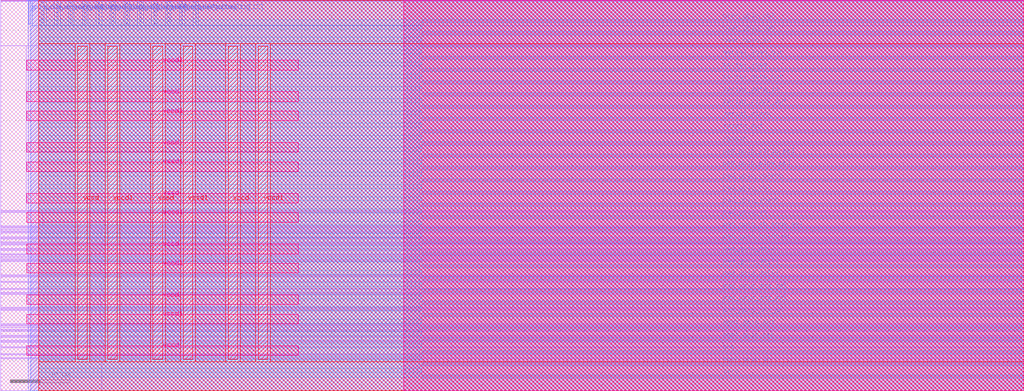
<source format=lef>
VERSION 5.7 ;
  NOWIREEXTENSIONATPIN ON ;
  DIVIDERCHAR "/" ;
  BUSBITCHARS "[]" ;
MACRO gpio_control_block
  CLASS BLOCK ;
  FOREIGN gpio_control_block ;
  ORIGIN 0.000 0.000 ;
  SIZE 170.000 BY 65.000 ;
  PIN gpio_defaults[0]
    DIRECTION INPUT ;
    USE SIGNAL ;
    PORT
      LAYER met2 ;
        RECT 4.690 61.000 4.970 65.000 ;
    END
  END gpio_defaults[0]
  PIN gpio_defaults[10]
    DIRECTION INPUT ;
    USE SIGNAL ;
    PORT
      LAYER met2 ;
        RECT 27.690 61.000 27.970 65.000 ;
    END
  END gpio_defaults[10]
  PIN gpio_defaults[11]
    DIRECTION INPUT ;
    USE SIGNAL ;
    PORT
      LAYER met2 ;
        RECT 29.990 61.000 30.270 65.000 ;
    END
  END gpio_defaults[11]
  PIN gpio_defaults[12]
    DIRECTION INPUT ;
    USE SIGNAL ;
    PORT
      LAYER met2 ;
        RECT 32.290 61.000 32.570 65.000 ;
    END
  END gpio_defaults[12]
  PIN gpio_defaults[1]
    DIRECTION INPUT ;
    USE SIGNAL ;
    PORT
      LAYER met2 ;
        RECT 6.990 61.000 7.270 65.000 ;
    END
  END gpio_defaults[1]
  PIN gpio_defaults[2]
    DIRECTION INPUT ;
    USE SIGNAL ;
    PORT
      LAYER met2 ;
        RECT 9.290 61.000 9.570 65.000 ;
    END
  END gpio_defaults[2]
  PIN gpio_defaults[3]
    DIRECTION INPUT ;
    USE SIGNAL ;
    PORT
      LAYER met2 ;
        RECT 11.590 61.000 11.870 65.000 ;
    END
  END gpio_defaults[3]
  PIN gpio_defaults[4]
    DIRECTION INPUT ;
    USE SIGNAL ;
    PORT
      LAYER met2 ;
        RECT 13.890 61.000 14.170 65.000 ;
    END
  END gpio_defaults[4]
  PIN gpio_defaults[5]
    DIRECTION INPUT ;
    USE SIGNAL ;
    PORT
      LAYER met2 ;
        RECT 16.190 61.000 16.470 65.000 ;
    END
  END gpio_defaults[5]
  PIN gpio_defaults[6]
    DIRECTION INPUT ;
    USE SIGNAL ;
    PORT
      LAYER met2 ;
        RECT 18.490 61.000 18.770 65.000 ;
    END
  END gpio_defaults[6]
  PIN gpio_defaults[7]
    DIRECTION INPUT ;
    USE SIGNAL ;
    PORT
      LAYER met2 ;
        RECT 20.790 61.000 21.070 65.000 ;
    END
  END gpio_defaults[7]
  PIN gpio_defaults[8]
    DIRECTION INPUT ;
    USE SIGNAL ;
    PORT
      LAYER met2 ;
        RECT 23.090 61.000 23.370 65.000 ;
    END
  END gpio_defaults[8]
  PIN gpio_defaults[9]
    DIRECTION INPUT ;
    USE SIGNAL ;
    PORT
      LAYER met2 ;
        RECT 25.390 61.000 25.670 65.000 ;
    END
  END gpio_defaults[9]
  PIN mgmt_gpio_in
    DIRECTION OUTPUT TRISTATE ;
    USE SIGNAL ;
    PORT
      LAYER met3 ;
        RECT 70.000 4.120 170.000 4.720 ;
    END
  END mgmt_gpio_in
  PIN mgmt_gpio_oeb
    DIRECTION INPUT ;
    USE SIGNAL ;
    PORT
      LAYER met3 ;
        RECT 70.000 8.200 170.000 8.800 ;
    END
  END mgmt_gpio_oeb
  PIN mgmt_gpio_out
    DIRECTION INPUT ;
    USE SIGNAL ;
    PORT
      LAYER met3 ;
        RECT 70.000 10.240 170.000 10.840 ;
    END
  END mgmt_gpio_out
  PIN one
    DIRECTION OUTPUT TRISTATE ;
    USE SIGNAL ;
    PORT
      LAYER met3 ;
        RECT 70.000 6.160 170.000 6.760 ;
    END
  END one
  PIN pad_gpio_ana_en
    DIRECTION OUTPUT TRISTATE ;
    USE SIGNAL ;
    PORT
      LAYER met3 ;
        RECT 70.000 12.280 170.000 12.880 ;
    END
  END pad_gpio_ana_en
  PIN pad_gpio_ana_pol
    DIRECTION OUTPUT TRISTATE ;
    USE SIGNAL ;
    PORT
      LAYER met3 ;
        RECT 70.000 14.320 170.000 14.920 ;
    END
  END pad_gpio_ana_pol
  PIN pad_gpio_ana_sel
    DIRECTION OUTPUT TRISTATE ;
    USE SIGNAL ;
    PORT
      LAYER met3 ;
        RECT 70.000 16.360 170.000 16.960 ;
    END
  END pad_gpio_ana_sel
  PIN pad_gpio_dm[0]
    DIRECTION OUTPUT TRISTATE ;
    USE SIGNAL ;
    PORT
      LAYER met3 ;
        RECT 70.000 18.400 170.000 19.000 ;
    END
  END pad_gpio_dm[0]
  PIN pad_gpio_dm[1]
    DIRECTION OUTPUT TRISTATE ;
    USE SIGNAL ;
    PORT
      LAYER met3 ;
        RECT 70.000 20.440 170.000 21.040 ;
    END
  END pad_gpio_dm[1]
  PIN pad_gpio_dm[2]
    DIRECTION OUTPUT TRISTATE ;
    USE SIGNAL ;
    PORT
      LAYER met3 ;
        RECT 70.000 22.480 170.000 23.080 ;
    END
  END pad_gpio_dm[2]
  PIN pad_gpio_holdover
    DIRECTION OUTPUT TRISTATE ;
    USE SIGNAL ;
    PORT
      LAYER met3 ;
        RECT 70.000 24.520 170.000 25.120 ;
    END
  END pad_gpio_holdover
  PIN pad_gpio_ib_mode_sel
    DIRECTION OUTPUT TRISTATE ;
    USE SIGNAL ;
    PORT
      LAYER met3 ;
        RECT 70.000 26.560 170.000 27.160 ;
    END
  END pad_gpio_ib_mode_sel
  PIN pad_gpio_in
    DIRECTION INPUT ;
    USE SIGNAL ;
    PORT
      LAYER met3 ;
        RECT 70.000 28.600 170.000 29.200 ;
    END
  END pad_gpio_in
  PIN pad_gpio_inenb
    DIRECTION OUTPUT TRISTATE ;
    USE SIGNAL ;
    PORT
      LAYER met3 ;
        RECT 70.000 30.640 170.000 31.240 ;
    END
  END pad_gpio_inenb
  PIN pad_gpio_out
    DIRECTION OUTPUT TRISTATE ;
    USE SIGNAL ;
    PORT
      LAYER met3 ;
        RECT 70.000 32.680 170.000 33.280 ;
    END
  END pad_gpio_out
  PIN pad_gpio_outenb
    DIRECTION OUTPUT TRISTATE ;
    USE SIGNAL ;
    PORT
      LAYER met3 ;
        RECT 70.000 34.720 170.000 35.320 ;
    END
  END pad_gpio_outenb
  PIN pad_gpio_slow_sel
    DIRECTION OUTPUT TRISTATE ;
    USE SIGNAL ;
    PORT
      LAYER met3 ;
        RECT 70.000 36.760 170.000 37.360 ;
    END
  END pad_gpio_slow_sel
  PIN pad_gpio_vtrip_sel
    DIRECTION OUTPUT TRISTATE ;
    USE SIGNAL ;
    PORT
      LAYER met3 ;
        RECT 70.000 38.800 170.000 39.400 ;
    END
  END pad_gpio_vtrip_sel
  PIN resetn
    DIRECTION INPUT ;
    USE SIGNAL ;
    PORT
      LAYER met3 ;
        RECT 70.000 40.840 170.000 41.440 ;
    END
  END resetn
  PIN resetn_out
    DIRECTION OUTPUT TRISTATE ;
    USE SIGNAL ;
    PORT
      LAYER met3 ;
        RECT 70.000 42.880 170.000 43.480 ;
    END
  END resetn_out
  PIN serial_clock
    DIRECTION INPUT ;
    USE SIGNAL ;
    PORT
      LAYER met3 ;
        RECT 70.000 44.920 170.000 45.520 ;
    END
  END serial_clock
  PIN serial_clock_out
    DIRECTION OUTPUT TRISTATE ;
    USE SIGNAL ;
    PORT
      LAYER met3 ;
        RECT 70.000 46.960 170.000 47.560 ;
    END
  END serial_clock_out
  PIN serial_data_in
    DIRECTION INPUT ;
    USE SIGNAL ;
    PORT
      LAYER met3 ;
        RECT 70.000 49.000 170.000 49.600 ;
    END
  END serial_data_in
  PIN serial_data_out
    DIRECTION OUTPUT TRISTATE ;
    USE SIGNAL ;
    PORT
      LAYER met3 ;
        RECT 70.000 51.040 170.000 51.640 ;
    END
  END serial_data_out
  PIN serial_load
    DIRECTION INPUT ;
    USE SIGNAL ;
    PORT
      LAYER met3 ;
        RECT 70.000 53.080 170.000 53.680 ;
    END
  END serial_load
  PIN serial_load_out
    DIRECTION OUTPUT TRISTATE ;
    USE SIGNAL ;
    PORT
      LAYER met3 ;
        RECT 70.000 55.120 170.000 55.720 ;
    END
  END serial_load_out
  PIN user_gpio_in
    DIRECTION OUTPUT TRISTATE ;
    USE SIGNAL ;
    PORT
      LAYER met3 ;
        RECT 70.000 57.160 170.000 57.760 ;
    END
  END user_gpio_in
  PIN user_gpio_oeb
    DIRECTION INPUT ;
    USE SIGNAL ;
    PORT
      LAYER met3 ;
        RECT 70.000 59.200 170.000 59.800 ;
    END
  END user_gpio_oeb
  PIN user_gpio_out
    DIRECTION INPUT ;
    USE SIGNAL ;
    PORT
      LAYER met3 ;
        RECT 70.000 61.240 170.000 61.840 ;
    END
  END user_gpio_out
  PIN vccd
    DIRECTION INOUT ;
    USE POWER ;
    PORT
      LAYER met4 ;
        RECT 12.800 5.200 14.400 57.360 ;
    END
    PORT
      LAYER met4 ;
        RECT 37.800 5.200 39.400 57.360 ;
    END
    PORT
      LAYER met5 ;
        RECT 4.360 5.900 49.460 7.500 ;
    END
    PORT
      LAYER met5 ;
        RECT 4.360 22.800 49.460 24.400 ;
    END
    PORT
      LAYER met5 ;
        RECT 4.360 39.700 49.460 41.300 ;
    END
  END vccd
  PIN vccd1
    DIRECTION INOUT ;
    USE POWER ;
    PORT
      LAYER met4 ;
        RECT 17.800 5.200 19.400 57.360 ;
    END
    PORT
      LAYER met4 ;
        RECT 42.800 5.200 44.400 57.360 ;
    END
    PORT
      LAYER met5 ;
        RECT 4.360 11.140 49.460 12.740 ;
    END
    PORT
      LAYER met5 ;
        RECT 4.360 28.040 49.460 29.640 ;
    END
    PORT
      LAYER met5 ;
        RECT 4.360 44.940 49.460 46.540 ;
    END
  END vccd1
  PIN vssd
    DIRECTION INOUT ;
    USE GROUND ;
    PORT
      LAYER met4 ;
        RECT 25.300 5.200 26.900 57.360 ;
    END
    PORT
      LAYER met5 ;
        RECT 4.360 14.350 49.460 15.950 ;
    END
    PORT
      LAYER met5 ;
        RECT 4.360 31.250 49.460 32.850 ;
    END
    PORT
      LAYER met5 ;
        RECT 4.360 48.150 49.460 49.750 ;
    END
  END vssd
  PIN vssd1
    DIRECTION INOUT ;
    USE GROUND ;
    PORT
      LAYER met4 ;
        RECT 30.300 5.200 31.900 57.360 ;
    END
    PORT
      LAYER met5 ;
        RECT 4.360 19.590 49.460 21.190 ;
    END
    PORT
      LAYER met5 ;
        RECT 4.360 36.490 49.460 38.090 ;
    END
    PORT
      LAYER met5 ;
        RECT 4.360 53.390 49.460 54.990 ;
    END
  END vssd1
  PIN zero
    DIRECTION OUTPUT TRISTATE ;
    USE SIGNAL ;
    PORT
      LAYER met3 ;
        RECT 70.000 2.080 170.000 2.680 ;
    END
  END zero
  OBS
      LAYER li1 ;
        RECT 0.000 64.930 4.265 65.070 ;
      LAYER li1 ;
        RECT 4.265 64.930 169.810 65.000 ;
      LAYER li1 ;
        RECT 0.000 64.845 49.815 64.930 ;
      LAYER li1 ;
        RECT 49.815 64.845 169.810 64.930 ;
      LAYER li1 ;
        RECT 0.000 57.405 169.810 64.845 ;
        RECT 0.000 30.025 4.265 57.405 ;
      LAYER li1 ;
        RECT 4.265 30.025 169.810 57.405 ;
      LAYER li1 ;
        RECT 0.000 30.005 16.795 30.025 ;
      LAYER li1 ;
        RECT 16.795 30.005 169.810 30.025 ;
      LAYER li1 ;
        RECT 0.000 29.835 4.745 30.005 ;
      LAYER li1 ;
        RECT 4.745 29.835 169.810 30.005 ;
      LAYER li1 ;
        RECT 0.000 29.665 16.795 29.835 ;
      LAYER li1 ;
        RECT 16.795 29.665 169.810 29.835 ;
      LAYER li1 ;
        RECT 0.000 27.455 6.985 29.665 ;
      LAYER li1 ;
        RECT 6.985 27.455 169.810 29.665 ;
      LAYER li1 ;
        RECT 0.000 27.285 16.795 27.455 ;
      LAYER li1 ;
        RECT 16.795 27.285 169.810 27.455 ;
      LAYER li1 ;
        RECT 0.000 27.115 4.745 27.285 ;
      LAYER li1 ;
        RECT 4.745 27.115 169.810 27.285 ;
      LAYER li1 ;
        RECT 0.000 26.855 16.795 27.115 ;
      LAYER li1 ;
        RECT 16.795 26.855 169.810 27.115 ;
      LAYER li1 ;
        RECT 0.000 26.565 16.905 26.855 ;
      LAYER li1 ;
        RECT 16.905 26.565 169.810 26.855 ;
      LAYER li1 ;
        RECT 0.000 26.395 17.400 26.565 ;
      LAYER li1 ;
        RECT 17.400 26.395 169.810 26.565 ;
      LAYER li1 ;
        RECT 0.000 26.225 16.795 26.395 ;
      LAYER li1 ;
        RECT 16.795 26.225 169.810 26.395 ;
      LAYER li1 ;
        RECT 0.000 25.575 16.650 26.225 ;
      LAYER li1 ;
        RECT 16.650 25.575 169.810 26.225 ;
      LAYER li1 ;
        RECT 0.000 25.405 16.795 25.575 ;
      LAYER li1 ;
        RECT 16.795 25.405 169.810 25.575 ;
      LAYER li1 ;
        RECT 0.000 25.235 17.400 25.405 ;
      LAYER li1 ;
        RECT 17.400 25.235 169.810 25.405 ;
      LAYER li1 ;
        RECT 0.000 24.735 16.905 25.235 ;
      LAYER li1 ;
        RECT 16.905 24.735 169.810 25.235 ;
      LAYER li1 ;
        RECT 0.000 24.565 16.795 24.735 ;
      LAYER li1 ;
        RECT 16.795 24.565 169.810 24.735 ;
      LAYER li1 ;
        RECT 0.000 24.395 15.325 24.565 ;
      LAYER li1 ;
        RECT 15.325 24.395 169.810 24.565 ;
      LAYER li1 ;
        RECT 0.000 24.225 16.795 24.395 ;
      LAYER li1 ;
        RECT 16.795 24.225 169.810 24.395 ;
      LAYER li1 ;
        RECT 0.000 23.725 16.905 24.225 ;
      LAYER li1 ;
        RECT 16.905 23.725 169.810 24.225 ;
      LAYER li1 ;
        RECT 0.000 23.555 17.400 23.725 ;
      LAYER li1 ;
        RECT 17.400 23.555 169.810 23.725 ;
      LAYER li1 ;
        RECT 0.000 23.385 16.795 23.555 ;
      LAYER li1 ;
        RECT 16.795 23.385 169.810 23.555 ;
      LAYER li1 ;
        RECT 0.000 22.735 16.650 23.385 ;
      LAYER li1 ;
        RECT 16.650 22.735 169.810 23.385 ;
      LAYER li1 ;
        RECT 0.000 22.565 16.795 22.735 ;
      LAYER li1 ;
        RECT 16.795 22.565 169.810 22.735 ;
      LAYER li1 ;
        RECT 0.000 22.395 17.400 22.565 ;
      LAYER li1 ;
        RECT 17.400 22.395 169.810 22.565 ;
      LAYER li1 ;
        RECT 0.000 22.105 16.905 22.395 ;
      LAYER li1 ;
        RECT 16.905 22.105 169.810 22.395 ;
      LAYER li1 ;
        RECT 0.000 21.845 16.795 22.105 ;
      LAYER li1 ;
        RECT 16.795 21.845 169.810 22.105 ;
      LAYER li1 ;
        RECT 0.000 21.675 15.325 21.845 ;
      LAYER li1 ;
        RECT 15.325 21.675 169.810 21.845 ;
      LAYER li1 ;
        RECT 0.000 21.505 16.795 21.675 ;
      LAYER li1 ;
        RECT 16.795 21.505 169.810 21.675 ;
      LAYER li1 ;
        RECT 0.000 19.295 16.645 21.505 ;
      LAYER li1 ;
        RECT 16.645 19.295 169.810 21.505 ;
      LAYER li1 ;
        RECT 0.000 19.125 16.795 19.295 ;
      LAYER li1 ;
        RECT 16.795 19.125 169.810 19.295 ;
      LAYER li1 ;
        RECT 0.000 18.955 15.325 19.125 ;
      LAYER li1 ;
        RECT 15.325 18.955 169.810 19.125 ;
      LAYER li1 ;
        RECT 0.000 18.210 17.005 18.955 ;
      LAYER li1 ;
        RECT 17.005 18.210 169.810 18.955 ;
      LAYER li1 ;
        RECT 0.000 18.040 16.795 18.210 ;
      LAYER li1 ;
        RECT 16.795 18.040 169.810 18.210 ;
      LAYER li1 ;
        RECT 0.000 17.055 16.735 18.040 ;
      LAYER li1 ;
        RECT 16.735 17.055 169.810 18.040 ;
      LAYER li1 ;
        RECT 0.000 16.885 16.795 17.055 ;
      LAYER li1 ;
        RECT 16.795 16.885 169.810 17.055 ;
      LAYER li1 ;
        RECT 0.000 16.405 17.035 16.885 ;
      LAYER li1 ;
        RECT 17.035 16.405 169.810 16.885 ;
      LAYER li1 ;
        RECT 0.000 16.235 15.325 16.405 ;
      LAYER li1 ;
        RECT 15.325 16.235 169.810 16.405 ;
      LAYER li1 ;
        RECT 0.000 16.065 16.795 16.235 ;
      LAYER li1 ;
        RECT 16.795 16.065 169.810 16.235 ;
      LAYER li1 ;
        RECT 0.000 13.855 16.645 16.065 ;
      LAYER li1 ;
        RECT 16.645 13.855 169.810 16.065 ;
      LAYER li1 ;
        RECT 0.000 13.685 16.795 13.855 ;
      LAYER li1 ;
        RECT 16.795 13.685 169.810 13.855 ;
      LAYER li1 ;
        RECT 0.000 13.515 15.325 13.685 ;
      LAYER li1 ;
        RECT 15.325 13.515 169.810 13.685 ;
      LAYER li1 ;
        RECT 0.000 13.345 16.795 13.515 ;
      LAYER li1 ;
        RECT 16.795 13.345 169.810 13.515 ;
      LAYER li1 ;
        RECT 0.000 11.135 16.645 13.345 ;
      LAYER li1 ;
        RECT 16.645 11.135 169.810 13.345 ;
      LAYER li1 ;
        RECT 0.000 10.965 16.795 11.135 ;
      LAYER li1 ;
        RECT 16.795 10.965 169.810 11.135 ;
      LAYER li1 ;
        RECT 0.000 10.795 15.325 10.965 ;
      LAYER li1 ;
        RECT 15.325 10.795 169.810 10.965 ;
      LAYER li1 ;
        RECT 0.000 10.535 16.795 10.795 ;
      LAYER li1 ;
        RECT 16.795 10.535 169.810 10.795 ;
      LAYER li1 ;
        RECT 0.000 10.245 16.905 10.535 ;
      LAYER li1 ;
        RECT 16.905 10.245 169.810 10.535 ;
      LAYER li1 ;
        RECT 0.000 10.075 17.400 10.245 ;
      LAYER li1 ;
        RECT 17.400 10.075 169.810 10.245 ;
      LAYER li1 ;
        RECT 0.000 9.905 16.795 10.075 ;
      LAYER li1 ;
        RECT 16.795 9.905 169.810 10.075 ;
      LAYER li1 ;
        RECT 0.000 9.255 16.645 9.905 ;
      LAYER li1 ;
        RECT 16.645 9.255 169.810 9.905 ;
      LAYER li1 ;
        RECT 0.000 9.085 16.795 9.255 ;
      LAYER li1 ;
        RECT 16.795 9.085 169.810 9.255 ;
      LAYER li1 ;
        RECT 0.000 8.915 17.400 9.085 ;
      LAYER li1 ;
        RECT 17.400 8.915 169.810 9.085 ;
      LAYER li1 ;
        RECT 0.000 8.415 16.905 8.915 ;
      LAYER li1 ;
        RECT 16.905 8.415 169.810 8.915 ;
      LAYER li1 ;
        RECT 0.000 8.245 16.795 8.415 ;
      LAYER li1 ;
        RECT 16.795 8.245 169.810 8.415 ;
      LAYER li1 ;
        RECT 0.000 8.075 15.325 8.245 ;
      LAYER li1 ;
        RECT 15.325 8.075 169.810 8.245 ;
      LAYER li1 ;
        RECT 0.000 7.330 17.005 8.075 ;
      LAYER li1 ;
        RECT 17.005 7.330 169.810 8.075 ;
      LAYER li1 ;
        RECT 0.000 7.160 16.795 7.330 ;
      LAYER li1 ;
        RECT 16.795 7.160 169.810 7.330 ;
      LAYER li1 ;
        RECT 0.000 6.175 16.735 7.160 ;
      LAYER li1 ;
        RECT 16.735 6.175 169.810 7.160 ;
      LAYER li1 ;
        RECT 0.000 6.005 16.795 6.175 ;
      LAYER li1 ;
        RECT 16.795 6.005 169.810 6.175 ;
      LAYER li1 ;
        RECT 0.000 5.525 17.035 6.005 ;
      LAYER li1 ;
        RECT 17.035 5.525 169.810 6.005 ;
      LAYER li1 ;
        RECT 0.000 5.355 15.325 5.525 ;
      LAYER li1 ;
        RECT 15.325 5.355 169.810 5.525 ;
      LAYER li1 ;
        RECT 0.000 0.000 16.795 5.355 ;
      LAYER li1 ;
        RECT 16.795 0.000 169.810 5.355 ;
      LAYER met1 ;
        RECT 4.600 0.000 170.000 65.000 ;
      LAYER met2 ;
        RECT 5.250 60.720 6.710 65.000 ;
        RECT 7.550 60.720 9.010 65.000 ;
        RECT 9.850 60.720 11.310 65.000 ;
        RECT 12.150 60.720 13.610 65.000 ;
        RECT 14.450 60.720 15.910 65.000 ;
        RECT 16.750 60.720 18.210 65.000 ;
        RECT 19.050 60.720 20.510 65.000 ;
        RECT 21.350 60.720 22.810 65.000 ;
        RECT 23.650 60.720 25.110 65.000 ;
        RECT 25.950 60.720 27.410 65.000 ;
        RECT 28.250 60.720 29.710 65.000 ;
        RECT 30.550 60.720 32.010 65.000 ;
        RECT 32.850 60.720 170.000 65.000 ;
        RECT 4.970 0.000 170.000 60.720 ;
      LAYER met3 ;
        RECT 6.280 60.840 69.600 61.705 ;
        RECT 6.280 60.200 70.000 60.840 ;
        RECT 6.280 58.800 69.600 60.200 ;
        RECT 6.280 58.160 70.000 58.800 ;
        RECT 6.280 56.760 69.600 58.160 ;
        RECT 6.280 56.120 70.000 56.760 ;
        RECT 6.280 54.720 69.600 56.120 ;
        RECT 6.280 54.080 70.000 54.720 ;
        RECT 6.280 52.680 69.600 54.080 ;
        RECT 6.280 52.040 70.000 52.680 ;
        RECT 6.280 50.640 69.600 52.040 ;
        RECT 6.280 50.000 70.000 50.640 ;
        RECT 6.280 48.600 69.600 50.000 ;
        RECT 6.280 47.960 70.000 48.600 ;
        RECT 6.280 46.560 69.600 47.960 ;
        RECT 6.280 45.920 70.000 46.560 ;
        RECT 6.280 44.520 69.600 45.920 ;
        RECT 6.280 43.880 70.000 44.520 ;
        RECT 6.280 42.480 69.600 43.880 ;
        RECT 6.280 41.840 70.000 42.480 ;
        RECT 6.280 40.440 69.600 41.840 ;
        RECT 6.280 39.800 70.000 40.440 ;
        RECT 6.280 38.400 69.600 39.800 ;
        RECT 6.280 37.760 70.000 38.400 ;
        RECT 6.280 36.360 69.600 37.760 ;
        RECT 6.280 35.720 70.000 36.360 ;
        RECT 6.280 34.320 69.600 35.720 ;
        RECT 6.280 33.680 70.000 34.320 ;
        RECT 6.280 32.280 69.600 33.680 ;
        RECT 6.280 31.640 70.000 32.280 ;
        RECT 6.280 30.240 69.600 31.640 ;
        RECT 6.280 29.600 70.000 30.240 ;
        RECT 6.280 28.200 69.600 29.600 ;
        RECT 6.280 27.560 70.000 28.200 ;
        RECT 6.280 26.160 69.600 27.560 ;
        RECT 6.280 25.520 70.000 26.160 ;
        RECT 6.280 24.120 69.600 25.520 ;
        RECT 6.280 23.480 70.000 24.120 ;
        RECT 6.280 22.080 69.600 23.480 ;
        RECT 6.280 21.440 70.000 22.080 ;
        RECT 6.280 20.040 69.600 21.440 ;
        RECT 6.280 19.400 70.000 20.040 ;
        RECT 6.280 18.000 69.600 19.400 ;
        RECT 6.280 17.360 70.000 18.000 ;
        RECT 6.280 15.960 69.600 17.360 ;
        RECT 6.280 15.320 70.000 15.960 ;
        RECT 6.280 13.920 69.600 15.320 ;
        RECT 6.280 13.280 70.000 13.920 ;
        RECT 6.280 11.880 69.600 13.280 ;
        RECT 6.280 11.240 70.000 11.880 ;
        RECT 6.280 9.840 69.600 11.240 ;
        RECT 6.280 9.200 70.000 9.840 ;
        RECT 6.280 7.800 69.600 9.200 ;
        RECT 6.280 7.160 70.000 7.800 ;
        RECT 6.280 5.760 69.600 7.160 ;
        RECT 6.280 5.120 70.000 5.760 ;
        RECT 6.280 3.720 69.600 5.120 ;
        RECT 6.280 3.080 70.000 3.720 ;
        RECT 6.280 2.215 69.600 3.080 ;
      LAYER met4 ;
        RECT 6.280 57.760 170.000 65.000 ;
        RECT 6.280 4.800 12.400 57.760 ;
        RECT 14.800 4.800 17.400 57.760 ;
        RECT 19.800 4.800 24.900 57.760 ;
        RECT 27.300 4.800 29.900 57.760 ;
        RECT 32.300 4.800 37.400 57.760 ;
        RECT 39.800 4.800 42.400 57.760 ;
        RECT 44.800 4.800 170.000 57.760 ;
        RECT 6.280 0.000 170.000 4.800 ;
      LAYER met5 ;
        RECT 67.000 0.000 170.000 65.000 ;
  END
END gpio_control_block
END LIBRARY


</source>
